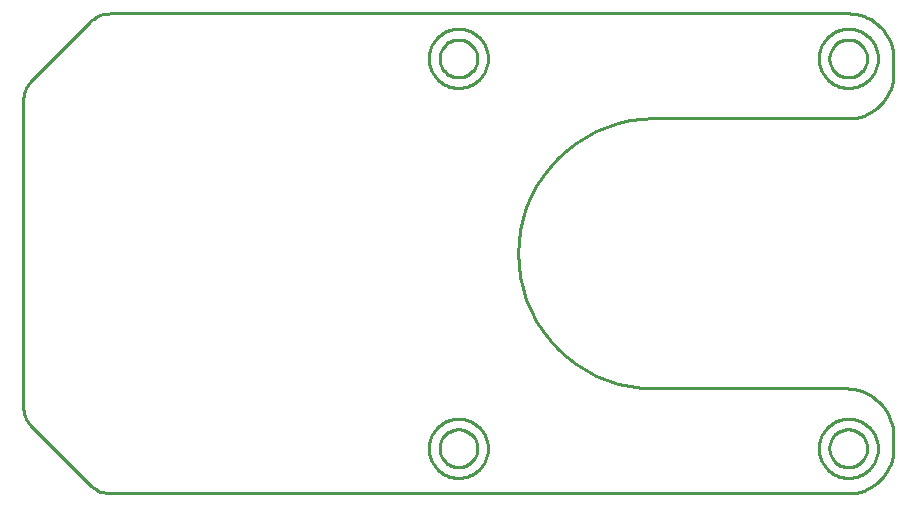
<source format=gbr>
G04 EAGLE Gerber RS-274X export*
G75*
%MOMM*%
%FSLAX34Y34*%
%LPD*%
%IN*%
%IPPOS*%
%AMOC8*
5,1,8,0,0,1.08239X$1,22.5*%
G01*
%ADD10C,0.254000*%


D10*
X0Y74021D02*
X97Y71808D01*
X386Y69611D01*
X865Y67448D01*
X1532Y65334D01*
X2380Y63287D01*
X3403Y61322D01*
X4593Y59453D01*
X5942Y57695D01*
X7439Y56061D01*
X56061Y7439D01*
X57694Y5942D01*
X59452Y4594D01*
X61321Y3403D01*
X63287Y2380D01*
X65334Y1532D01*
X67447Y865D01*
X69610Y386D01*
X71807Y97D01*
X74021Y0D01*
X698500Y0D01*
X701821Y145D01*
X705116Y579D01*
X708361Y1298D01*
X711531Y2298D01*
X714602Y3570D01*
X717550Y5104D01*
X720353Y6890D01*
X722990Y8914D01*
X725441Y11159D01*
X727686Y13610D01*
X729710Y16247D01*
X731496Y19050D01*
X733030Y21998D01*
X734302Y25069D01*
X735302Y28239D01*
X736021Y31484D01*
X736455Y34779D01*
X736600Y38100D01*
X736600Y48740D01*
X736447Y52240D01*
X735990Y55714D01*
X735232Y59134D01*
X734178Y62476D01*
X732837Y65712D01*
X731220Y68820D01*
X729337Y71775D01*
X727204Y74554D01*
X724837Y77137D01*
X722254Y79504D01*
X719475Y81637D01*
X716520Y83520D01*
X713412Y85137D01*
X710176Y86478D01*
X706834Y87532D01*
X703414Y88290D01*
X699940Y88747D01*
X696440Y88900D01*
X533400Y88900D01*
X523438Y89335D01*
X513552Y90636D01*
X503817Y92795D01*
X494307Y95793D01*
X485095Y99609D01*
X476250Y104213D01*
X467840Y109571D01*
X459929Y115641D01*
X452578Y122378D01*
X445841Y129729D01*
X439771Y137640D01*
X434413Y146050D01*
X429809Y154895D01*
X425993Y164107D01*
X422995Y173617D01*
X420836Y183352D01*
X419535Y193238D01*
X419100Y203200D01*
X419535Y213162D01*
X420836Y223048D01*
X422995Y232783D01*
X425993Y242293D01*
X429809Y251505D01*
X434413Y260350D01*
X439771Y268760D01*
X445841Y276671D01*
X452578Y284022D01*
X459929Y290759D01*
X467840Y296829D01*
X476250Y302187D01*
X485095Y306791D01*
X494307Y310607D01*
X503817Y313605D01*
X513552Y315764D01*
X523438Y317065D01*
X533400Y317500D01*
X698500Y317500D01*
X701821Y317645D01*
X705116Y318079D01*
X708361Y318798D01*
X711531Y319798D01*
X714602Y321070D01*
X717550Y322604D01*
X720353Y324390D01*
X722990Y326414D01*
X725441Y328659D01*
X727686Y331110D01*
X729710Y333747D01*
X731496Y336550D01*
X733030Y339498D01*
X734302Y342569D01*
X735302Y345739D01*
X736021Y348984D01*
X736455Y352279D01*
X736600Y355600D01*
X736600Y368300D01*
X736455Y371621D01*
X736021Y374916D01*
X735302Y378161D01*
X734302Y381331D01*
X733030Y384402D01*
X731496Y387350D01*
X729710Y390153D01*
X727686Y392790D01*
X725441Y395241D01*
X722990Y397486D01*
X720353Y399510D01*
X717550Y401296D01*
X714602Y402830D01*
X711531Y404102D01*
X708361Y405102D01*
X705116Y405821D01*
X701821Y406255D01*
X698500Y406400D01*
X74021Y406400D01*
X71808Y406303D01*
X69611Y406014D01*
X67448Y405535D01*
X65334Y404868D01*
X63287Y404021D01*
X61322Y402997D01*
X59453Y401807D01*
X57695Y400458D01*
X56061Y398961D01*
X7439Y350339D01*
X5942Y348706D01*
X4594Y346948D01*
X3403Y345079D01*
X2380Y343114D01*
X1532Y341066D01*
X866Y338953D01*
X386Y336790D01*
X97Y334593D01*
X0Y332379D01*
X0Y74021D01*
X393300Y367599D02*
X393221Y366198D01*
X393064Y364804D01*
X392829Y363421D01*
X392517Y362053D01*
X392129Y360705D01*
X391665Y359381D01*
X391129Y358085D01*
X390520Y356821D01*
X389841Y355593D01*
X389095Y354405D01*
X388283Y353261D01*
X387408Y352164D01*
X386474Y351118D01*
X385482Y350126D01*
X384436Y349192D01*
X383339Y348317D01*
X382195Y347505D01*
X381007Y346759D01*
X379779Y346080D01*
X378515Y345471D01*
X377219Y344935D01*
X375895Y344471D01*
X374547Y344083D01*
X373179Y343771D01*
X371796Y343536D01*
X370402Y343379D01*
X369001Y343300D01*
X367599Y343300D01*
X366198Y343379D01*
X364804Y343536D01*
X363421Y343771D01*
X362053Y344083D01*
X360705Y344471D01*
X359381Y344935D01*
X358085Y345471D01*
X356821Y346080D01*
X355593Y346759D01*
X354405Y347505D01*
X353261Y348317D01*
X352164Y349192D01*
X351118Y350126D01*
X350126Y351118D01*
X349192Y352164D01*
X348317Y353261D01*
X347505Y354405D01*
X346759Y355593D01*
X346080Y356821D01*
X345471Y358085D01*
X344935Y359381D01*
X344471Y360705D01*
X344083Y362053D01*
X343771Y363421D01*
X343536Y364804D01*
X343379Y366198D01*
X343300Y367599D01*
X343300Y369001D01*
X343379Y370402D01*
X343536Y371796D01*
X343771Y373179D01*
X344083Y374547D01*
X344471Y375895D01*
X344935Y377219D01*
X345471Y378515D01*
X346080Y379779D01*
X346759Y381007D01*
X347505Y382195D01*
X348317Y383339D01*
X349192Y384436D01*
X350126Y385482D01*
X351118Y386474D01*
X352164Y387408D01*
X353261Y388283D01*
X354405Y389095D01*
X355593Y389841D01*
X356821Y390520D01*
X358085Y391129D01*
X359381Y391665D01*
X360705Y392129D01*
X362053Y392517D01*
X363421Y392829D01*
X364804Y393064D01*
X366198Y393221D01*
X367599Y393300D01*
X369001Y393300D01*
X370402Y393221D01*
X371796Y393064D01*
X373179Y392829D01*
X374547Y392517D01*
X375895Y392129D01*
X377219Y391665D01*
X378515Y391129D01*
X379779Y390520D01*
X381007Y389841D01*
X382195Y389095D01*
X383339Y388283D01*
X384436Y387408D01*
X385482Y386474D01*
X386474Y385482D01*
X387408Y384436D01*
X388283Y383339D01*
X389095Y382195D01*
X389841Y381007D01*
X390520Y379779D01*
X391129Y378515D01*
X391665Y377219D01*
X392129Y375895D01*
X392517Y374547D01*
X392829Y373179D01*
X393064Y371796D01*
X393221Y370402D01*
X393300Y369001D01*
X393300Y367599D01*
X723500Y367599D02*
X723421Y366198D01*
X723264Y364804D01*
X723029Y363421D01*
X722717Y362053D01*
X722329Y360705D01*
X721865Y359381D01*
X721329Y358085D01*
X720720Y356821D01*
X720041Y355593D01*
X719295Y354405D01*
X718483Y353261D01*
X717608Y352164D01*
X716674Y351118D01*
X715682Y350126D01*
X714636Y349192D01*
X713539Y348317D01*
X712395Y347505D01*
X711207Y346759D01*
X709979Y346080D01*
X708715Y345471D01*
X707419Y344935D01*
X706095Y344471D01*
X704747Y344083D01*
X703379Y343771D01*
X701996Y343536D01*
X700602Y343379D01*
X699201Y343300D01*
X697799Y343300D01*
X696398Y343379D01*
X695004Y343536D01*
X693621Y343771D01*
X692253Y344083D01*
X690905Y344471D01*
X689581Y344935D01*
X688285Y345471D01*
X687021Y346080D01*
X685793Y346759D01*
X684605Y347505D01*
X683461Y348317D01*
X682364Y349192D01*
X681318Y350126D01*
X680326Y351118D01*
X679392Y352164D01*
X678517Y353261D01*
X677705Y354405D01*
X676959Y355593D01*
X676280Y356821D01*
X675671Y358085D01*
X675135Y359381D01*
X674671Y360705D01*
X674283Y362053D01*
X673971Y363421D01*
X673736Y364804D01*
X673579Y366198D01*
X673500Y367599D01*
X673500Y369001D01*
X673579Y370402D01*
X673736Y371796D01*
X673971Y373179D01*
X674283Y374547D01*
X674671Y375895D01*
X675135Y377219D01*
X675671Y378515D01*
X676280Y379779D01*
X676959Y381007D01*
X677705Y382195D01*
X678517Y383339D01*
X679392Y384436D01*
X680326Y385482D01*
X681318Y386474D01*
X682364Y387408D01*
X683461Y388283D01*
X684605Y389095D01*
X685793Y389841D01*
X687021Y390520D01*
X688285Y391129D01*
X689581Y391665D01*
X690905Y392129D01*
X692253Y392517D01*
X693621Y392829D01*
X695004Y393064D01*
X696398Y393221D01*
X697799Y393300D01*
X699201Y393300D01*
X700602Y393221D01*
X701996Y393064D01*
X703379Y392829D01*
X704747Y392517D01*
X706095Y392129D01*
X707419Y391665D01*
X708715Y391129D01*
X709979Y390520D01*
X711207Y389841D01*
X712395Y389095D01*
X713539Y388283D01*
X714636Y387408D01*
X715682Y386474D01*
X716674Y385482D01*
X717608Y384436D01*
X718483Y383339D01*
X719295Y382195D01*
X720041Y381007D01*
X720720Y379779D01*
X721329Y378515D01*
X721865Y377219D01*
X722329Y375895D01*
X722717Y374547D01*
X723029Y373179D01*
X723264Y371796D01*
X723421Y370402D01*
X723500Y369001D01*
X723500Y367599D01*
X393300Y37399D02*
X393221Y35998D01*
X393064Y34604D01*
X392829Y33221D01*
X392517Y31853D01*
X392129Y30505D01*
X391665Y29181D01*
X391129Y27885D01*
X390520Y26621D01*
X389841Y25393D01*
X389095Y24205D01*
X388283Y23061D01*
X387408Y21964D01*
X386474Y20918D01*
X385482Y19926D01*
X384436Y18992D01*
X383339Y18117D01*
X382195Y17305D01*
X381007Y16559D01*
X379779Y15880D01*
X378515Y15271D01*
X377219Y14735D01*
X375895Y14271D01*
X374547Y13883D01*
X373179Y13571D01*
X371796Y13336D01*
X370402Y13179D01*
X369001Y13100D01*
X367599Y13100D01*
X366198Y13179D01*
X364804Y13336D01*
X363421Y13571D01*
X362053Y13883D01*
X360705Y14271D01*
X359381Y14735D01*
X358085Y15271D01*
X356821Y15880D01*
X355593Y16559D01*
X354405Y17305D01*
X353261Y18117D01*
X352164Y18992D01*
X351118Y19926D01*
X350126Y20918D01*
X349192Y21964D01*
X348317Y23061D01*
X347505Y24205D01*
X346759Y25393D01*
X346080Y26621D01*
X345471Y27885D01*
X344935Y29181D01*
X344471Y30505D01*
X344083Y31853D01*
X343771Y33221D01*
X343536Y34604D01*
X343379Y35998D01*
X343300Y37399D01*
X343300Y38801D01*
X343379Y40202D01*
X343536Y41596D01*
X343771Y42979D01*
X344083Y44347D01*
X344471Y45695D01*
X344935Y47019D01*
X345471Y48315D01*
X346080Y49579D01*
X346759Y50807D01*
X347505Y51995D01*
X348317Y53139D01*
X349192Y54236D01*
X350126Y55282D01*
X351118Y56274D01*
X352164Y57208D01*
X353261Y58083D01*
X354405Y58895D01*
X355593Y59641D01*
X356821Y60320D01*
X358085Y60929D01*
X359381Y61465D01*
X360705Y61929D01*
X362053Y62317D01*
X363421Y62629D01*
X364804Y62864D01*
X366198Y63021D01*
X367599Y63100D01*
X369001Y63100D01*
X370402Y63021D01*
X371796Y62864D01*
X373179Y62629D01*
X374547Y62317D01*
X375895Y61929D01*
X377219Y61465D01*
X378515Y60929D01*
X379779Y60320D01*
X381007Y59641D01*
X382195Y58895D01*
X383339Y58083D01*
X384436Y57208D01*
X385482Y56274D01*
X386474Y55282D01*
X387408Y54236D01*
X388283Y53139D01*
X389095Y51995D01*
X389841Y50807D01*
X390520Y49579D01*
X391129Y48315D01*
X391665Y47019D01*
X392129Y45695D01*
X392517Y44347D01*
X392829Y42979D01*
X393064Y41596D01*
X393221Y40202D01*
X393300Y38801D01*
X393300Y37399D01*
X723500Y37399D02*
X723421Y35998D01*
X723264Y34604D01*
X723029Y33221D01*
X722717Y31853D01*
X722329Y30505D01*
X721865Y29181D01*
X721329Y27885D01*
X720720Y26621D01*
X720041Y25393D01*
X719295Y24205D01*
X718483Y23061D01*
X717608Y21964D01*
X716674Y20918D01*
X715682Y19926D01*
X714636Y18992D01*
X713539Y18117D01*
X712395Y17305D01*
X711207Y16559D01*
X709979Y15880D01*
X708715Y15271D01*
X707419Y14735D01*
X706095Y14271D01*
X704747Y13883D01*
X703379Y13571D01*
X701996Y13336D01*
X700602Y13179D01*
X699201Y13100D01*
X697799Y13100D01*
X696398Y13179D01*
X695004Y13336D01*
X693621Y13571D01*
X692253Y13883D01*
X690905Y14271D01*
X689581Y14735D01*
X688285Y15271D01*
X687021Y15880D01*
X685793Y16559D01*
X684605Y17305D01*
X683461Y18117D01*
X682364Y18992D01*
X681318Y19926D01*
X680326Y20918D01*
X679392Y21964D01*
X678517Y23061D01*
X677705Y24205D01*
X676959Y25393D01*
X676280Y26621D01*
X675671Y27885D01*
X675135Y29181D01*
X674671Y30505D01*
X674283Y31853D01*
X673971Y33221D01*
X673736Y34604D01*
X673579Y35998D01*
X673500Y37399D01*
X673500Y38801D01*
X673579Y40202D01*
X673736Y41596D01*
X673971Y42979D01*
X674283Y44347D01*
X674671Y45695D01*
X675135Y47019D01*
X675671Y48315D01*
X676280Y49579D01*
X676959Y50807D01*
X677705Y51995D01*
X678517Y53139D01*
X679392Y54236D01*
X680326Y55282D01*
X681318Y56274D01*
X682364Y57208D01*
X683461Y58083D01*
X684605Y58895D01*
X685793Y59641D01*
X687021Y60320D01*
X688285Y60929D01*
X689581Y61465D01*
X690905Y61929D01*
X692253Y62317D01*
X693621Y62629D01*
X695004Y62864D01*
X696398Y63021D01*
X697799Y63100D01*
X699201Y63100D01*
X700602Y63021D01*
X701996Y62864D01*
X703379Y62629D01*
X704747Y62317D01*
X706095Y61929D01*
X707419Y61465D01*
X708715Y60929D01*
X709979Y60320D01*
X711207Y59641D01*
X712395Y58895D01*
X713539Y58083D01*
X714636Y57208D01*
X715682Y56274D01*
X716674Y55282D01*
X717608Y54236D01*
X718483Y53139D01*
X719295Y51995D01*
X720041Y50807D01*
X720720Y49579D01*
X721329Y48315D01*
X721865Y47019D01*
X722329Y45695D01*
X722717Y44347D01*
X723029Y42979D01*
X723264Y41596D01*
X723421Y40202D01*
X723500Y38801D01*
X723500Y37399D01*
X697876Y352200D02*
X696831Y352269D01*
X695792Y352405D01*
X694765Y352610D01*
X693753Y352881D01*
X692761Y353217D01*
X691793Y353618D01*
X690854Y354082D01*
X689946Y354606D01*
X689075Y355188D01*
X688244Y355825D01*
X687457Y356516D01*
X686716Y357257D01*
X686025Y358044D01*
X685388Y358875D01*
X684806Y359746D01*
X684282Y360654D01*
X683818Y361593D01*
X683417Y362561D01*
X683081Y363553D01*
X682810Y364565D01*
X682605Y365592D01*
X682469Y366631D01*
X682400Y367676D01*
X682400Y368724D01*
X682469Y369769D01*
X682605Y370808D01*
X682810Y371835D01*
X683081Y372847D01*
X683417Y373839D01*
X683818Y374807D01*
X684282Y375746D01*
X684806Y376654D01*
X685388Y377525D01*
X686025Y378356D01*
X686716Y379143D01*
X687457Y379884D01*
X688244Y380575D01*
X689075Y381213D01*
X689946Y381795D01*
X690854Y382318D01*
X691793Y382782D01*
X692761Y383183D01*
X693753Y383519D01*
X694765Y383790D01*
X695792Y383995D01*
X696831Y384132D01*
X697876Y384200D01*
X698924Y384200D01*
X699969Y384132D01*
X701008Y383995D01*
X702035Y383790D01*
X703047Y383519D01*
X704039Y383183D01*
X705007Y382782D01*
X705946Y382318D01*
X706854Y381795D01*
X707725Y381213D01*
X708556Y380575D01*
X709343Y379884D01*
X710084Y379143D01*
X710775Y378356D01*
X711413Y377525D01*
X711995Y376654D01*
X712518Y375746D01*
X712982Y374807D01*
X713383Y373839D01*
X713719Y372847D01*
X713990Y371835D01*
X714195Y370808D01*
X714332Y369769D01*
X714400Y368724D01*
X714400Y367676D01*
X714332Y366631D01*
X714195Y365592D01*
X713990Y364565D01*
X713719Y363553D01*
X713383Y362561D01*
X712982Y361593D01*
X712518Y360654D01*
X711995Y359746D01*
X711413Y358875D01*
X710775Y358044D01*
X710084Y357257D01*
X709343Y356516D01*
X708556Y355825D01*
X707725Y355188D01*
X706854Y354606D01*
X705946Y354082D01*
X705007Y353618D01*
X704039Y353217D01*
X703047Y352881D01*
X702035Y352610D01*
X701008Y352405D01*
X699969Y352269D01*
X698924Y352200D01*
X697876Y352200D01*
X697876Y22200D02*
X696831Y22269D01*
X695792Y22405D01*
X694765Y22610D01*
X693753Y22881D01*
X692761Y23217D01*
X691793Y23618D01*
X690854Y24082D01*
X689946Y24606D01*
X689075Y25188D01*
X688244Y25825D01*
X687457Y26516D01*
X686716Y27257D01*
X686025Y28044D01*
X685388Y28875D01*
X684806Y29746D01*
X684282Y30654D01*
X683818Y31593D01*
X683417Y32561D01*
X683081Y33553D01*
X682810Y34565D01*
X682605Y35592D01*
X682469Y36631D01*
X682400Y37676D01*
X682400Y38724D01*
X682469Y39769D01*
X682605Y40808D01*
X682810Y41835D01*
X683081Y42847D01*
X683417Y43839D01*
X683818Y44807D01*
X684282Y45746D01*
X684806Y46654D01*
X685388Y47525D01*
X686025Y48356D01*
X686716Y49143D01*
X687457Y49884D01*
X688244Y50575D01*
X689075Y51213D01*
X689946Y51795D01*
X690854Y52318D01*
X691793Y52782D01*
X692761Y53183D01*
X693753Y53519D01*
X694765Y53790D01*
X695792Y53995D01*
X696831Y54132D01*
X697876Y54200D01*
X698924Y54200D01*
X699969Y54132D01*
X701008Y53995D01*
X702035Y53790D01*
X703047Y53519D01*
X704039Y53183D01*
X705007Y52782D01*
X705946Y52318D01*
X706854Y51795D01*
X707725Y51213D01*
X708556Y50575D01*
X709343Y49884D01*
X710084Y49143D01*
X710775Y48356D01*
X711413Y47525D01*
X711995Y46654D01*
X712518Y45746D01*
X712982Y44807D01*
X713383Y43839D01*
X713719Y42847D01*
X713990Y41835D01*
X714195Y40808D01*
X714332Y39769D01*
X714400Y38724D01*
X714400Y37676D01*
X714332Y36631D01*
X714195Y35592D01*
X713990Y34565D01*
X713719Y33553D01*
X713383Y32561D01*
X712982Y31593D01*
X712518Y30654D01*
X711995Y29746D01*
X711413Y28875D01*
X710775Y28044D01*
X710084Y27257D01*
X709343Y26516D01*
X708556Y25825D01*
X707725Y25188D01*
X706854Y24606D01*
X705946Y24082D01*
X705007Y23618D01*
X704039Y23217D01*
X703047Y22881D01*
X702035Y22610D01*
X701008Y22405D01*
X699969Y22269D01*
X698924Y22200D01*
X697876Y22200D01*
X367876Y22200D02*
X366831Y22269D01*
X365792Y22405D01*
X364765Y22610D01*
X363753Y22881D01*
X362761Y23217D01*
X361793Y23618D01*
X360854Y24082D01*
X359946Y24606D01*
X359075Y25188D01*
X358244Y25825D01*
X357457Y26516D01*
X356716Y27257D01*
X356025Y28044D01*
X355388Y28875D01*
X354806Y29746D01*
X354282Y30654D01*
X353818Y31593D01*
X353417Y32561D01*
X353081Y33553D01*
X352810Y34565D01*
X352605Y35592D01*
X352469Y36631D01*
X352400Y37676D01*
X352400Y38724D01*
X352469Y39769D01*
X352605Y40808D01*
X352810Y41835D01*
X353081Y42847D01*
X353417Y43839D01*
X353818Y44807D01*
X354282Y45746D01*
X354806Y46654D01*
X355388Y47525D01*
X356025Y48356D01*
X356716Y49143D01*
X357457Y49884D01*
X358244Y50575D01*
X359075Y51213D01*
X359946Y51795D01*
X360854Y52318D01*
X361793Y52782D01*
X362761Y53183D01*
X363753Y53519D01*
X364765Y53790D01*
X365792Y53995D01*
X366831Y54132D01*
X367876Y54200D01*
X368924Y54200D01*
X369969Y54132D01*
X371008Y53995D01*
X372035Y53790D01*
X373047Y53519D01*
X374039Y53183D01*
X375007Y52782D01*
X375946Y52318D01*
X376854Y51795D01*
X377725Y51213D01*
X378556Y50575D01*
X379343Y49884D01*
X380084Y49143D01*
X380775Y48356D01*
X381413Y47525D01*
X381995Y46654D01*
X382518Y45746D01*
X382982Y44807D01*
X383383Y43839D01*
X383719Y42847D01*
X383990Y41835D01*
X384195Y40808D01*
X384332Y39769D01*
X384400Y38724D01*
X384400Y37676D01*
X384332Y36631D01*
X384195Y35592D01*
X383990Y34565D01*
X383719Y33553D01*
X383383Y32561D01*
X382982Y31593D01*
X382518Y30654D01*
X381995Y29746D01*
X381413Y28875D01*
X380775Y28044D01*
X380084Y27257D01*
X379343Y26516D01*
X378556Y25825D01*
X377725Y25188D01*
X376854Y24606D01*
X375946Y24082D01*
X375007Y23618D01*
X374039Y23217D01*
X373047Y22881D01*
X372035Y22610D01*
X371008Y22405D01*
X369969Y22269D01*
X368924Y22200D01*
X367876Y22200D01*
X367876Y352200D02*
X366831Y352269D01*
X365792Y352405D01*
X364765Y352610D01*
X363753Y352881D01*
X362761Y353217D01*
X361793Y353618D01*
X360854Y354082D01*
X359946Y354606D01*
X359075Y355188D01*
X358244Y355825D01*
X357457Y356516D01*
X356716Y357257D01*
X356025Y358044D01*
X355388Y358875D01*
X354806Y359746D01*
X354282Y360654D01*
X353818Y361593D01*
X353417Y362561D01*
X353081Y363553D01*
X352810Y364565D01*
X352605Y365592D01*
X352469Y366631D01*
X352400Y367676D01*
X352400Y368724D01*
X352469Y369769D01*
X352605Y370808D01*
X352810Y371835D01*
X353081Y372847D01*
X353417Y373839D01*
X353818Y374807D01*
X354282Y375746D01*
X354806Y376654D01*
X355388Y377525D01*
X356025Y378356D01*
X356716Y379143D01*
X357457Y379884D01*
X358244Y380575D01*
X359075Y381213D01*
X359946Y381795D01*
X360854Y382318D01*
X361793Y382782D01*
X362761Y383183D01*
X363753Y383519D01*
X364765Y383790D01*
X365792Y383995D01*
X366831Y384132D01*
X367876Y384200D01*
X368924Y384200D01*
X369969Y384132D01*
X371008Y383995D01*
X372035Y383790D01*
X373047Y383519D01*
X374039Y383183D01*
X375007Y382782D01*
X375946Y382318D01*
X376854Y381795D01*
X377725Y381213D01*
X378556Y380575D01*
X379343Y379884D01*
X380084Y379143D01*
X380775Y378356D01*
X381413Y377525D01*
X381995Y376654D01*
X382518Y375746D01*
X382982Y374807D01*
X383383Y373839D01*
X383719Y372847D01*
X383990Y371835D01*
X384195Y370808D01*
X384332Y369769D01*
X384400Y368724D01*
X384400Y367676D01*
X384332Y366631D01*
X384195Y365592D01*
X383990Y364565D01*
X383719Y363553D01*
X383383Y362561D01*
X382982Y361593D01*
X382518Y360654D01*
X381995Y359746D01*
X381413Y358875D01*
X380775Y358044D01*
X380084Y357257D01*
X379343Y356516D01*
X378556Y355825D01*
X377725Y355188D01*
X376854Y354606D01*
X375946Y354082D01*
X375007Y353618D01*
X374039Y353217D01*
X373047Y352881D01*
X372035Y352610D01*
X371008Y352405D01*
X369969Y352269D01*
X368924Y352200D01*
X367876Y352200D01*
M02*

</source>
